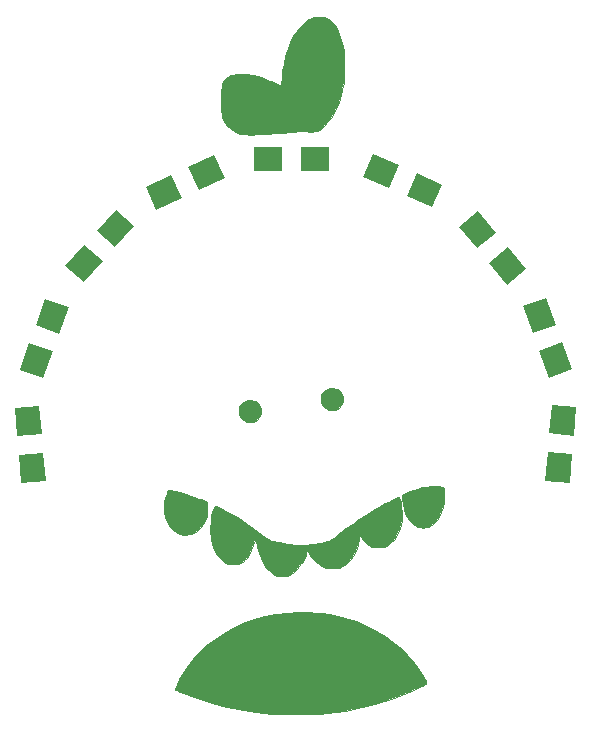
<source format=gts>
G04 #@! TF.FileFunction,Soldermask,Top*
%FSLAX46Y46*%
G04 Gerber Fmt 4.6, Leading zero omitted, Abs format (unit mm)*
G04 Created by KiCad (PCBNEW 4.0.7) date 05/30/18 19:43:50*
%MOMM*%
%LPD*%
G01*
G04 APERTURE LIST*
%ADD10C,0.100000*%
%ADD11C,0.010000*%
%ADD12C,2.100000*%
%ADD13O,2.100000X2.100000*%
%ADD14R,2.400000X2.100000*%
G04 APERTURE END LIST*
D10*
D11*
G36*
X100260093Y-116255934D02*
X100799719Y-116283193D01*
X101312267Y-116331859D01*
X101825756Y-116404577D01*
X102355463Y-116501439D01*
X103295725Y-116727592D01*
X104205256Y-117022283D01*
X105079207Y-117382202D01*
X105912732Y-117804041D01*
X106700981Y-118284489D01*
X107439107Y-118820237D01*
X108122261Y-119407976D01*
X108745596Y-120044395D01*
X109304263Y-120726185D01*
X109793414Y-121450036D01*
X109920803Y-121666000D01*
X110047654Y-121888486D01*
X110134856Y-122049695D01*
X110183517Y-122162556D01*
X110194748Y-122240001D01*
X110169658Y-122294962D01*
X110109357Y-122340371D01*
X110014954Y-122389159D01*
X109984163Y-122404388D01*
X108727563Y-122982888D01*
X107430016Y-123488825D01*
X106090564Y-123922474D01*
X104708247Y-124284111D01*
X103282106Y-124574011D01*
X101811184Y-124792447D01*
X101549200Y-124823335D01*
X101339351Y-124841763D01*
X101058222Y-124858416D01*
X100719184Y-124873121D01*
X100335608Y-124885703D01*
X99920866Y-124895988D01*
X99488329Y-124903802D01*
X99051367Y-124908970D01*
X98623354Y-124911319D01*
X98217658Y-124910675D01*
X97847653Y-124906862D01*
X97526709Y-124899707D01*
X97268198Y-124889035D01*
X97146534Y-124880695D01*
X95689722Y-124718850D01*
X94270897Y-124484286D01*
X92892046Y-124177462D01*
X91555154Y-123798837D01*
X90262210Y-123348870D01*
X89898848Y-123206344D01*
X89592054Y-123082787D01*
X89354870Y-122986778D01*
X89178344Y-122914303D01*
X89053519Y-122861351D01*
X88971444Y-122823910D01*
X88923163Y-122797967D01*
X88899722Y-122779511D01*
X88892167Y-122764528D01*
X88891534Y-122754990D01*
X88910531Y-122685369D01*
X88962487Y-122557195D01*
X89039842Y-122386257D01*
X89135041Y-122188345D01*
X89240525Y-121979248D01*
X89348737Y-121774756D01*
X89433009Y-121623667D01*
X89894991Y-120902804D01*
X90430746Y-120217605D01*
X91035294Y-119572650D01*
X91703653Y-118972524D01*
X92430842Y-118421806D01*
X93211878Y-117925080D01*
X93802200Y-117604742D01*
X94688925Y-117195319D01*
X95583427Y-116862008D01*
X96494460Y-116602780D01*
X97430782Y-116415611D01*
X98401149Y-116298471D01*
X99414316Y-116249335D01*
X99665367Y-116247436D01*
X100260093Y-116255934D01*
X100260093Y-116255934D01*
G37*
X100260093Y-116255934D02*
X100799719Y-116283193D01*
X101312267Y-116331859D01*
X101825756Y-116404577D01*
X102355463Y-116501439D01*
X103295725Y-116727592D01*
X104205256Y-117022283D01*
X105079207Y-117382202D01*
X105912732Y-117804041D01*
X106700981Y-118284489D01*
X107439107Y-118820237D01*
X108122261Y-119407976D01*
X108745596Y-120044395D01*
X109304263Y-120726185D01*
X109793414Y-121450036D01*
X109920803Y-121666000D01*
X110047654Y-121888486D01*
X110134856Y-122049695D01*
X110183517Y-122162556D01*
X110194748Y-122240001D01*
X110169658Y-122294962D01*
X110109357Y-122340371D01*
X110014954Y-122389159D01*
X109984163Y-122404388D01*
X108727563Y-122982888D01*
X107430016Y-123488825D01*
X106090564Y-123922474D01*
X104708247Y-124284111D01*
X103282106Y-124574011D01*
X101811184Y-124792447D01*
X101549200Y-124823335D01*
X101339351Y-124841763D01*
X101058222Y-124858416D01*
X100719184Y-124873121D01*
X100335608Y-124885703D01*
X99920866Y-124895988D01*
X99488329Y-124903802D01*
X99051367Y-124908970D01*
X98623354Y-124911319D01*
X98217658Y-124910675D01*
X97847653Y-124906862D01*
X97526709Y-124899707D01*
X97268198Y-124889035D01*
X97146534Y-124880695D01*
X95689722Y-124718850D01*
X94270897Y-124484286D01*
X92892046Y-124177462D01*
X91555154Y-123798837D01*
X90262210Y-123348870D01*
X89898848Y-123206344D01*
X89592054Y-123082787D01*
X89354870Y-122986778D01*
X89178344Y-122914303D01*
X89053519Y-122861351D01*
X88971444Y-122823910D01*
X88923163Y-122797967D01*
X88899722Y-122779511D01*
X88892167Y-122764528D01*
X88891534Y-122754990D01*
X88910531Y-122685369D01*
X88962487Y-122557195D01*
X89039842Y-122386257D01*
X89135041Y-122188345D01*
X89240525Y-121979248D01*
X89348737Y-121774756D01*
X89433009Y-121623667D01*
X89894991Y-120902804D01*
X90430746Y-120217605D01*
X91035294Y-119572650D01*
X91703653Y-118972524D01*
X92430842Y-118421806D01*
X93211878Y-117925080D01*
X93802200Y-117604742D01*
X94688925Y-117195319D01*
X95583427Y-116862008D01*
X96494460Y-116602780D01*
X97430782Y-116415611D01*
X98401149Y-116298471D01*
X99414316Y-116249335D01*
X99665367Y-116247436D01*
X100260093Y-116255934D01*
G36*
X107844466Y-106512376D02*
X107895880Y-106580584D01*
X107927719Y-106658833D01*
X108013701Y-106970253D01*
X108074154Y-107336625D01*
X108107575Y-107731717D01*
X108112461Y-108129294D01*
X108087310Y-108503123D01*
X108047675Y-108752870D01*
X107915388Y-109227008D01*
X107730058Y-109654255D01*
X107496494Y-110027353D01*
X107219508Y-110339043D01*
X106903910Y-110582066D01*
X106793572Y-110645188D01*
X106682071Y-110700038D01*
X106582735Y-110735110D01*
X106471186Y-110754756D01*
X106323045Y-110763324D01*
X106121200Y-110765167D01*
X105914235Y-110763189D01*
X105767522Y-110754356D01*
X105656682Y-110734318D01*
X105557336Y-110698725D01*
X105448829Y-110645188D01*
X105159414Y-110453522D01*
X104886005Y-110197711D01*
X104650152Y-109898096D01*
X104638324Y-109880178D01*
X104470200Y-109622873D01*
X104470200Y-109922665D01*
X104458422Y-110120574D01*
X104427574Y-110349035D01*
X104385283Y-110554478D01*
X104224948Y-111041454D01*
X104008865Y-111470948D01*
X103739600Y-111839549D01*
X103419717Y-112143848D01*
X103051780Y-112380434D01*
X102988534Y-112411819D01*
X102865736Y-112468011D01*
X102762357Y-112505394D01*
X102655661Y-112527781D01*
X102522914Y-112538985D01*
X102341381Y-112542818D01*
X102205367Y-112543167D01*
X101982665Y-112541593D01*
X101822234Y-112534564D01*
X101701700Y-112518619D01*
X101598693Y-112490295D01*
X101490838Y-112446130D01*
X101446695Y-112425770D01*
X101065877Y-112203239D01*
X100737191Y-111915945D01*
X100458466Y-111561658D01*
X100259594Y-111206984D01*
X100186500Y-111056793D01*
X100139946Y-110973552D01*
X100110348Y-110947636D01*
X100088127Y-110969421D01*
X100068940Y-111015468D01*
X100036938Y-111113250D01*
X100025200Y-111173032D01*
X100007506Y-111244450D01*
X99960183Y-111371771D01*
X99891877Y-111535375D01*
X99811229Y-111715641D01*
X99726883Y-111892947D01*
X99647481Y-112047674D01*
X99612062Y-112110907D01*
X99431766Y-112374743D01*
X99211397Y-112627743D01*
X98972588Y-112847975D01*
X98736970Y-113013504D01*
X98703607Y-113032062D01*
X98562012Y-113103018D01*
X98441574Y-113146830D01*
X98310965Y-113170933D01*
X98138858Y-113182758D01*
X98056700Y-113185561D01*
X97872555Y-113186861D01*
X97709909Y-113180647D01*
X97595266Y-113168194D01*
X97569867Y-113162113D01*
X97235226Y-113008995D01*
X96923116Y-112779720D01*
X96637894Y-112480824D01*
X96383919Y-112118845D01*
X96165549Y-111700317D01*
X95987141Y-111231779D01*
X95853054Y-110719765D01*
X95817888Y-110534341D01*
X95786730Y-110333877D01*
X95762264Y-110140525D01*
X95748320Y-109986050D01*
X95746555Y-109942790D01*
X95743582Y-109858797D01*
X95735934Y-109833112D01*
X95720396Y-109872400D01*
X95693754Y-109983323D01*
X95666382Y-110109000D01*
X95536729Y-110599457D01*
X95370654Y-111022320D01*
X95162682Y-111388807D01*
X94907335Y-111710132D01*
X94860534Y-111759318D01*
X94644104Y-111958467D01*
X94437976Y-112091397D01*
X94217144Y-112168839D01*
X93956601Y-112201529D01*
X93823367Y-112204500D01*
X93537514Y-112188055D01*
X93302341Y-112131565D01*
X93092842Y-112024297D01*
X92884010Y-111855517D01*
X92786200Y-111759318D01*
X92487760Y-111392686D01*
X92249674Y-110967492D01*
X92072356Y-110484970D01*
X91956222Y-109946357D01*
X91901686Y-109352887D01*
X91897200Y-109113214D01*
X91914029Y-108629455D01*
X91967123Y-108196924D01*
X92060389Y-107788611D01*
X92114413Y-107611936D01*
X92167900Y-107445208D01*
X92210899Y-107328915D01*
X92256890Y-107260754D01*
X92319355Y-107238421D01*
X92411773Y-107259614D01*
X92547627Y-107322029D01*
X92740396Y-107423362D01*
X92856951Y-107485071D01*
X93613459Y-107898478D01*
X94310339Y-108313449D01*
X94971445Y-108745647D01*
X95620634Y-109210732D01*
X96281762Y-109724366D01*
X96342200Y-109773133D01*
X96501944Y-109899715D01*
X96639118Y-109998341D01*
X96769892Y-110075618D01*
X96910433Y-110138149D01*
X97076908Y-110192539D01*
X97285485Y-110245392D01*
X97552331Y-110303312D01*
X97728652Y-110339489D01*
X98514049Y-110474410D01*
X99249363Y-110548386D01*
X99943454Y-110561253D01*
X100605181Y-110512846D01*
X101243403Y-110403002D01*
X101762694Y-110264723D01*
X101918878Y-110210406D01*
X102058440Y-110145199D01*
X102203228Y-110056284D01*
X102375088Y-109930841D01*
X102503951Y-109829792D01*
X102933318Y-109498360D01*
X103420250Y-109140996D01*
X103946776Y-108770013D01*
X104494925Y-108397725D01*
X105046726Y-108036445D01*
X105584208Y-107698487D01*
X105847444Y-107538822D01*
X106139146Y-107366686D01*
X106435907Y-107195827D01*
X106727415Y-107031796D01*
X107003360Y-106880144D01*
X107253429Y-106746421D01*
X107467311Y-106636179D01*
X107634695Y-106554969D01*
X107745268Y-106508342D01*
X107778223Y-106499438D01*
X107844466Y-106512376D01*
X107844466Y-106512376D01*
G37*
X107844466Y-106512376D02*
X107895880Y-106580584D01*
X107927719Y-106658833D01*
X108013701Y-106970253D01*
X108074154Y-107336625D01*
X108107575Y-107731717D01*
X108112461Y-108129294D01*
X108087310Y-108503123D01*
X108047675Y-108752870D01*
X107915388Y-109227008D01*
X107730058Y-109654255D01*
X107496494Y-110027353D01*
X107219508Y-110339043D01*
X106903910Y-110582066D01*
X106793572Y-110645188D01*
X106682071Y-110700038D01*
X106582735Y-110735110D01*
X106471186Y-110754756D01*
X106323045Y-110763324D01*
X106121200Y-110765167D01*
X105914235Y-110763189D01*
X105767522Y-110754356D01*
X105656682Y-110734318D01*
X105557336Y-110698725D01*
X105448829Y-110645188D01*
X105159414Y-110453522D01*
X104886005Y-110197711D01*
X104650152Y-109898096D01*
X104638324Y-109880178D01*
X104470200Y-109622873D01*
X104470200Y-109922665D01*
X104458422Y-110120574D01*
X104427574Y-110349035D01*
X104385283Y-110554478D01*
X104224948Y-111041454D01*
X104008865Y-111470948D01*
X103739600Y-111839549D01*
X103419717Y-112143848D01*
X103051780Y-112380434D01*
X102988534Y-112411819D01*
X102865736Y-112468011D01*
X102762357Y-112505394D01*
X102655661Y-112527781D01*
X102522914Y-112538985D01*
X102341381Y-112542818D01*
X102205367Y-112543167D01*
X101982665Y-112541593D01*
X101822234Y-112534564D01*
X101701700Y-112518619D01*
X101598693Y-112490295D01*
X101490838Y-112446130D01*
X101446695Y-112425770D01*
X101065877Y-112203239D01*
X100737191Y-111915945D01*
X100458466Y-111561658D01*
X100259594Y-111206984D01*
X100186500Y-111056793D01*
X100139946Y-110973552D01*
X100110348Y-110947636D01*
X100088127Y-110969421D01*
X100068940Y-111015468D01*
X100036938Y-111113250D01*
X100025200Y-111173032D01*
X100007506Y-111244450D01*
X99960183Y-111371771D01*
X99891877Y-111535375D01*
X99811229Y-111715641D01*
X99726883Y-111892947D01*
X99647481Y-112047674D01*
X99612062Y-112110907D01*
X99431766Y-112374743D01*
X99211397Y-112627743D01*
X98972588Y-112847975D01*
X98736970Y-113013504D01*
X98703607Y-113032062D01*
X98562012Y-113103018D01*
X98441574Y-113146830D01*
X98310965Y-113170933D01*
X98138858Y-113182758D01*
X98056700Y-113185561D01*
X97872555Y-113186861D01*
X97709909Y-113180647D01*
X97595266Y-113168194D01*
X97569867Y-113162113D01*
X97235226Y-113008995D01*
X96923116Y-112779720D01*
X96637894Y-112480824D01*
X96383919Y-112118845D01*
X96165549Y-111700317D01*
X95987141Y-111231779D01*
X95853054Y-110719765D01*
X95817888Y-110534341D01*
X95786730Y-110333877D01*
X95762264Y-110140525D01*
X95748320Y-109986050D01*
X95746555Y-109942790D01*
X95743582Y-109858797D01*
X95735934Y-109833112D01*
X95720396Y-109872400D01*
X95693754Y-109983323D01*
X95666382Y-110109000D01*
X95536729Y-110599457D01*
X95370654Y-111022320D01*
X95162682Y-111388807D01*
X94907335Y-111710132D01*
X94860534Y-111759318D01*
X94644104Y-111958467D01*
X94437976Y-112091397D01*
X94217144Y-112168839D01*
X93956601Y-112201529D01*
X93823367Y-112204500D01*
X93537514Y-112188055D01*
X93302341Y-112131565D01*
X93092842Y-112024297D01*
X92884010Y-111855517D01*
X92786200Y-111759318D01*
X92487760Y-111392686D01*
X92249674Y-110967492D01*
X92072356Y-110484970D01*
X91956222Y-109946357D01*
X91901686Y-109352887D01*
X91897200Y-109113214D01*
X91914029Y-108629455D01*
X91967123Y-108196924D01*
X92060389Y-107788611D01*
X92114413Y-107611936D01*
X92167900Y-107445208D01*
X92210899Y-107328915D01*
X92256890Y-107260754D01*
X92319355Y-107238421D01*
X92411773Y-107259614D01*
X92547627Y-107322029D01*
X92740396Y-107423362D01*
X92856951Y-107485071D01*
X93613459Y-107898478D01*
X94310339Y-108313449D01*
X94971445Y-108745647D01*
X95620634Y-109210732D01*
X96281762Y-109724366D01*
X96342200Y-109773133D01*
X96501944Y-109899715D01*
X96639118Y-109998341D01*
X96769892Y-110075618D01*
X96910433Y-110138149D01*
X97076908Y-110192539D01*
X97285485Y-110245392D01*
X97552331Y-110303312D01*
X97728652Y-110339489D01*
X98514049Y-110474410D01*
X99249363Y-110548386D01*
X99943454Y-110561253D01*
X100605181Y-110512846D01*
X101243403Y-110403002D01*
X101762694Y-110264723D01*
X101918878Y-110210406D01*
X102058440Y-110145199D01*
X102203228Y-110056284D01*
X102375088Y-109930841D01*
X102503951Y-109829792D01*
X102933318Y-109498360D01*
X103420250Y-109140996D01*
X103946776Y-108770013D01*
X104494925Y-108397725D01*
X105046726Y-108036445D01*
X105584208Y-107698487D01*
X105847444Y-107538822D01*
X106139146Y-107366686D01*
X106435907Y-107195827D01*
X106727415Y-107031796D01*
X107003360Y-106880144D01*
X107253429Y-106746421D01*
X107467311Y-106636179D01*
X107634695Y-106554969D01*
X107745268Y-106508342D01*
X107778223Y-106499438D01*
X107844466Y-106512376D01*
G36*
X88428958Y-105885131D02*
X88543895Y-105910995D01*
X88708212Y-105949465D01*
X88905490Y-105996750D01*
X88934929Y-106003887D01*
X89599861Y-106181545D01*
X90288001Y-106395093D01*
X90954299Y-106630332D01*
X91103450Y-106687463D01*
X91643200Y-106897643D01*
X91642574Y-107349738D01*
X91635535Y-107583890D01*
X91617088Y-107816298D01*
X91590311Y-108012603D01*
X91577619Y-108074761D01*
X91451192Y-108458339D01*
X91264123Y-108813286D01*
X91026752Y-109125288D01*
X90749420Y-109380030D01*
X90535399Y-109517500D01*
X90397844Y-109586987D01*
X90281328Y-109630825D01*
X90156532Y-109655859D01*
X89994139Y-109668930D01*
X89865200Y-109673917D01*
X89588197Y-109672891D01*
X89385420Y-109650234D01*
X89308271Y-109629039D01*
X88969310Y-109458744D01*
X88666005Y-109218243D01*
X88406496Y-108917404D01*
X88198925Y-108566093D01*
X88051431Y-108174175D01*
X88025781Y-108074761D01*
X87986119Y-107828687D01*
X87966323Y-107533279D01*
X87966395Y-107221505D01*
X87986333Y-106926334D01*
X88025781Y-106682239D01*
X88066902Y-106539615D01*
X88125580Y-106375256D01*
X88193467Y-106208174D01*
X88262219Y-106057384D01*
X88323489Y-105941898D01*
X88368932Y-105880729D01*
X88379824Y-105875667D01*
X88428958Y-105885131D01*
X88428958Y-105885131D01*
G37*
X88428958Y-105885131D02*
X88543895Y-105910995D01*
X88708212Y-105949465D01*
X88905490Y-105996750D01*
X88934929Y-106003887D01*
X89599861Y-106181545D01*
X90288001Y-106395093D01*
X90954299Y-106630332D01*
X91103450Y-106687463D01*
X91643200Y-106897643D01*
X91642574Y-107349738D01*
X91635535Y-107583890D01*
X91617088Y-107816298D01*
X91590311Y-108012603D01*
X91577619Y-108074761D01*
X91451192Y-108458339D01*
X91264123Y-108813286D01*
X91026752Y-109125288D01*
X90749420Y-109380030D01*
X90535399Y-109517500D01*
X90397844Y-109586987D01*
X90281328Y-109630825D01*
X90156532Y-109655859D01*
X89994139Y-109668930D01*
X89865200Y-109673917D01*
X89588197Y-109672891D01*
X89385420Y-109650234D01*
X89308271Y-109629039D01*
X88969310Y-109458744D01*
X88666005Y-109218243D01*
X88406496Y-108917404D01*
X88198925Y-108566093D01*
X88051431Y-108174175D01*
X88025781Y-108074761D01*
X87986119Y-107828687D01*
X87966323Y-107533279D01*
X87966395Y-107221505D01*
X87986333Y-106926334D01*
X88025781Y-106682239D01*
X88066902Y-106539615D01*
X88125580Y-106375256D01*
X88193467Y-106208174D01*
X88262219Y-106057384D01*
X88323489Y-105941898D01*
X88368932Y-105880729D01*
X88379824Y-105875667D01*
X88428958Y-105885131D01*
G36*
X110982164Y-105587203D02*
X111245637Y-105596246D01*
X111436357Y-105610536D01*
X111566058Y-105640839D01*
X111646472Y-105697926D01*
X111689335Y-105792564D01*
X111706379Y-105935521D01*
X111709338Y-106137566D01*
X111709200Y-106254432D01*
X111683280Y-106810000D01*
X111604074Y-107307176D01*
X111469410Y-107755062D01*
X111277118Y-108162759D01*
X111238334Y-108229071D01*
X111093507Y-108433305D01*
X110913272Y-108633435D01*
X110717225Y-108811469D01*
X110524962Y-108949418D01*
X110372414Y-109024071D01*
X110150612Y-109072255D01*
X109891885Y-109087178D01*
X109635280Y-109068949D01*
X109430331Y-109021479D01*
X109274661Y-108940015D01*
X109094116Y-108804388D01*
X108908025Y-108632648D01*
X108735716Y-108442844D01*
X108596519Y-108253024D01*
X108581733Y-108229071D01*
X108410030Y-107888855D01*
X108269410Y-107501212D01*
X108168587Y-107097145D01*
X108116276Y-106707657D01*
X108110867Y-106553889D01*
X108110867Y-106308225D01*
X108630901Y-106094407D01*
X109088544Y-105915484D01*
X109492883Y-105779239D01*
X109861404Y-105681901D01*
X110211589Y-105619699D01*
X110560923Y-105588860D01*
X110926890Y-105585614D01*
X110982164Y-105587203D01*
X110982164Y-105587203D01*
G37*
X110982164Y-105587203D02*
X111245637Y-105596246D01*
X111436357Y-105610536D01*
X111566058Y-105640839D01*
X111646472Y-105697926D01*
X111689335Y-105792564D01*
X111706379Y-105935521D01*
X111709338Y-106137566D01*
X111709200Y-106254432D01*
X111683280Y-106810000D01*
X111604074Y-107307176D01*
X111469410Y-107755062D01*
X111277118Y-108162759D01*
X111238334Y-108229071D01*
X111093507Y-108433305D01*
X110913272Y-108633435D01*
X110717225Y-108811469D01*
X110524962Y-108949418D01*
X110372414Y-109024071D01*
X110150612Y-109072255D01*
X109891885Y-109087178D01*
X109635280Y-109068949D01*
X109430331Y-109021479D01*
X109274661Y-108940015D01*
X109094116Y-108804388D01*
X108908025Y-108632648D01*
X108735716Y-108442844D01*
X108596519Y-108253024D01*
X108581733Y-108229071D01*
X108410030Y-107888855D01*
X108269410Y-107501212D01*
X108168587Y-107097145D01*
X108116276Y-106707657D01*
X108110867Y-106553889D01*
X108110867Y-106308225D01*
X108630901Y-106094407D01*
X109088544Y-105915484D01*
X109492883Y-105779239D01*
X109861404Y-105681901D01*
X110211589Y-105619699D01*
X110560923Y-105588860D01*
X110926890Y-105585614D01*
X110982164Y-105587203D01*
G36*
X95426065Y-98322083D02*
X95552117Y-98334575D01*
X95645780Y-98362257D01*
X95733150Y-98410744D01*
X95764093Y-98431607D01*
X95895866Y-98542877D01*
X96017297Y-98676854D01*
X96039259Y-98706774D01*
X96095603Y-98797648D01*
X96129342Y-98886453D01*
X96146092Y-98999282D01*
X96151466Y-99162229D01*
X96151700Y-99229333D01*
X96148784Y-99413865D01*
X96136292Y-99539916D01*
X96108609Y-99633580D01*
X96060122Y-99720950D01*
X96039259Y-99751892D01*
X95877274Y-99943325D01*
X95694298Y-100066818D01*
X95470223Y-100132988D01*
X95283867Y-100150667D01*
X95077000Y-100150791D01*
X94928038Y-100129817D01*
X94824845Y-100091215D01*
X94590846Y-99932980D01*
X94428976Y-99731710D01*
X94337940Y-99485058D01*
X94316444Y-99190677D01*
X94317340Y-99171387D01*
X94357334Y-98904895D01*
X94452541Y-98691476D01*
X94613036Y-98512575D01*
X94718974Y-98431607D01*
X94809849Y-98375264D01*
X94898654Y-98341524D01*
X95011483Y-98324775D01*
X95174429Y-98319401D01*
X95241534Y-98319167D01*
X95426065Y-98322083D01*
X95426065Y-98322083D01*
G37*
X95426065Y-98322083D02*
X95552117Y-98334575D01*
X95645780Y-98362257D01*
X95733150Y-98410744D01*
X95764093Y-98431607D01*
X95895866Y-98542877D01*
X96017297Y-98676854D01*
X96039259Y-98706774D01*
X96095603Y-98797648D01*
X96129342Y-98886453D01*
X96146092Y-98999282D01*
X96151466Y-99162229D01*
X96151700Y-99229333D01*
X96148784Y-99413865D01*
X96136292Y-99539916D01*
X96108609Y-99633580D01*
X96060122Y-99720950D01*
X96039259Y-99751892D01*
X95877274Y-99943325D01*
X95694298Y-100066818D01*
X95470223Y-100132988D01*
X95283867Y-100150667D01*
X95077000Y-100150791D01*
X94928038Y-100129817D01*
X94824845Y-100091215D01*
X94590846Y-99932980D01*
X94428976Y-99731710D01*
X94337940Y-99485058D01*
X94316444Y-99190677D01*
X94317340Y-99171387D01*
X94357334Y-98904895D01*
X94452541Y-98691476D01*
X94613036Y-98512575D01*
X94718974Y-98431607D01*
X94809849Y-98375264D01*
X94898654Y-98341524D01*
X95011483Y-98324775D01*
X95174429Y-98319401D01*
X95241534Y-98319167D01*
X95426065Y-98322083D01*
G36*
X102368732Y-97306083D02*
X102494783Y-97318575D01*
X102588447Y-97346257D01*
X102675817Y-97394744D01*
X102706759Y-97415607D01*
X102838532Y-97526877D01*
X102959964Y-97660854D01*
X102981926Y-97690774D01*
X103038270Y-97781648D01*
X103072009Y-97870453D01*
X103088758Y-97983282D01*
X103094133Y-98146229D01*
X103094367Y-98213333D01*
X103091451Y-98397865D01*
X103078958Y-98523916D01*
X103051276Y-98617580D01*
X103002789Y-98704950D01*
X102981926Y-98735892D01*
X102819940Y-98927325D01*
X102636964Y-99050818D01*
X102412889Y-99116988D01*
X102226534Y-99134667D01*
X102019667Y-99134791D01*
X101870705Y-99113817D01*
X101767511Y-99075215D01*
X101533512Y-98916980D01*
X101371642Y-98715710D01*
X101280607Y-98469058D01*
X101259111Y-98174677D01*
X101260007Y-98155387D01*
X101300001Y-97888895D01*
X101395208Y-97675476D01*
X101555703Y-97496575D01*
X101661641Y-97415607D01*
X101752515Y-97359264D01*
X101841320Y-97325524D01*
X101954149Y-97308775D01*
X102117096Y-97303401D01*
X102184200Y-97303167D01*
X102368732Y-97306083D01*
X102368732Y-97306083D01*
G37*
X102368732Y-97306083D02*
X102494783Y-97318575D01*
X102588447Y-97346257D01*
X102675817Y-97394744D01*
X102706759Y-97415607D01*
X102838532Y-97526877D01*
X102959964Y-97660854D01*
X102981926Y-97690774D01*
X103038270Y-97781648D01*
X103072009Y-97870453D01*
X103088758Y-97983282D01*
X103094133Y-98146229D01*
X103094367Y-98213333D01*
X103091451Y-98397865D01*
X103078958Y-98523916D01*
X103051276Y-98617580D01*
X103002789Y-98704950D01*
X102981926Y-98735892D01*
X102819940Y-98927325D01*
X102636964Y-99050818D01*
X102412889Y-99116988D01*
X102226534Y-99134667D01*
X102019667Y-99134791D01*
X101870705Y-99113817D01*
X101767511Y-99075215D01*
X101533512Y-98916980D01*
X101371642Y-98715710D01*
X101280607Y-98469058D01*
X101259111Y-98174677D01*
X101260007Y-98155387D01*
X101300001Y-97888895D01*
X101395208Y-97675476D01*
X101555703Y-97496575D01*
X101661641Y-97415607D01*
X101752515Y-97359264D01*
X101841320Y-97325524D01*
X101954149Y-97308775D01*
X102117096Y-97303401D01*
X102184200Y-97303167D01*
X102368732Y-97306083D01*
G36*
X101315949Y-65851219D02*
X101465783Y-65859055D01*
X101577425Y-65877024D01*
X101674101Y-65909143D01*
X101779034Y-65959429D01*
X101798149Y-65969433D01*
X102106201Y-66179101D01*
X102380397Y-66465068D01*
X102619930Y-66825681D01*
X102823991Y-67259288D01*
X102991775Y-67764238D01*
X103122473Y-68338879D01*
X103197963Y-68832889D01*
X103218327Y-69061713D01*
X103232234Y-69354257D01*
X103239837Y-69690546D01*
X103241290Y-70050609D01*
X103236749Y-70414473D01*
X103226368Y-70762164D01*
X103210300Y-71073709D01*
X103188701Y-71329136D01*
X103177991Y-71415062D01*
X103078505Y-71962050D01*
X102938920Y-72501374D01*
X102763970Y-73024095D01*
X102558389Y-73521274D01*
X102326910Y-73983971D01*
X102074268Y-74403248D01*
X101805196Y-74770166D01*
X101524428Y-75075786D01*
X101236698Y-75311169D01*
X101058648Y-75417021D01*
X100893681Y-75490558D01*
X100735857Y-75533439D01*
X100545773Y-75555217D01*
X100471911Y-75559279D01*
X100273769Y-75560246D01*
X100074014Y-75548069D01*
X99914972Y-75525372D01*
X99911287Y-75524559D01*
X99780429Y-75502102D01*
X99646215Y-75496959D01*
X99481787Y-75509732D01*
X99274077Y-75538864D01*
X99039296Y-75572707D01*
X98782036Y-75603972D01*
X98492113Y-75633532D01*
X98159341Y-75662259D01*
X97773538Y-75691024D01*
X97324518Y-75720701D01*
X96802097Y-75752161D01*
X96744367Y-75755499D01*
X96238345Y-75782655D01*
X95809036Y-75801073D01*
X95448938Y-75810747D01*
X95150546Y-75811669D01*
X94906359Y-75803831D01*
X94708875Y-75787227D01*
X94550590Y-75761848D01*
X94512908Y-75753323D01*
X94182003Y-75643411D01*
X93862711Y-75482312D01*
X93571212Y-75281994D01*
X93323685Y-75054425D01*
X93136311Y-74811574D01*
X93068873Y-74685134D01*
X92989432Y-74499985D01*
X92927770Y-74331531D01*
X92881684Y-74164877D01*
X92848972Y-73985128D01*
X92827434Y-73777390D01*
X92814867Y-73526768D01*
X92809069Y-73218368D01*
X92807825Y-72919167D01*
X92812437Y-72466201D01*
X92828744Y-72088645D01*
X92859760Y-71777685D01*
X92908497Y-71524511D01*
X92977966Y-71320312D01*
X93071181Y-71156274D01*
X93191153Y-71023588D01*
X93340896Y-70913440D01*
X93523420Y-70817021D01*
X93527034Y-70815353D01*
X93605549Y-70781518D01*
X93682522Y-70756543D01*
X93772155Y-70739093D01*
X93888646Y-70727832D01*
X94046197Y-70721426D01*
X94259008Y-70718539D01*
X94541280Y-70717835D01*
X94564200Y-70717833D01*
X94856365Y-70718607D01*
X95081279Y-70721998D01*
X95256351Y-70729613D01*
X95398993Y-70743060D01*
X95526612Y-70763944D01*
X95656619Y-70793872D01*
X95795866Y-70831493D01*
X95943820Y-70877891D01*
X96153590Y-70950483D01*
X96408781Y-71043038D01*
X96692999Y-71149325D01*
X96989848Y-71263113D01*
X97282932Y-71378173D01*
X97555857Y-71488272D01*
X97792227Y-71587181D01*
X97849128Y-71611803D01*
X97874429Y-71583081D01*
X97896680Y-71472647D01*
X97916074Y-71279326D01*
X97924502Y-71155505D01*
X97990494Y-70464975D01*
X98101436Y-69797233D01*
X98254283Y-69158757D01*
X98445987Y-68556025D01*
X98673501Y-67995514D01*
X98933778Y-67483702D01*
X99223771Y-67027066D01*
X99540434Y-66632084D01*
X99880718Y-66305233D01*
X100241579Y-66052991D01*
X100352809Y-65993128D01*
X100484186Y-65929559D01*
X100591007Y-65888169D01*
X100698090Y-65864216D01*
X100830259Y-65852958D01*
X101012334Y-65849656D01*
X101104700Y-65849500D01*
X101315949Y-65851219D01*
X101315949Y-65851219D01*
G37*
X101315949Y-65851219D02*
X101465783Y-65859055D01*
X101577425Y-65877024D01*
X101674101Y-65909143D01*
X101779034Y-65959429D01*
X101798149Y-65969433D01*
X102106201Y-66179101D01*
X102380397Y-66465068D01*
X102619930Y-66825681D01*
X102823991Y-67259288D01*
X102991775Y-67764238D01*
X103122473Y-68338879D01*
X103197963Y-68832889D01*
X103218327Y-69061713D01*
X103232234Y-69354257D01*
X103239837Y-69690546D01*
X103241290Y-70050609D01*
X103236749Y-70414473D01*
X103226368Y-70762164D01*
X103210300Y-71073709D01*
X103188701Y-71329136D01*
X103177991Y-71415062D01*
X103078505Y-71962050D01*
X102938920Y-72501374D01*
X102763970Y-73024095D01*
X102558389Y-73521274D01*
X102326910Y-73983971D01*
X102074268Y-74403248D01*
X101805196Y-74770166D01*
X101524428Y-75075786D01*
X101236698Y-75311169D01*
X101058648Y-75417021D01*
X100893681Y-75490558D01*
X100735857Y-75533439D01*
X100545773Y-75555217D01*
X100471911Y-75559279D01*
X100273769Y-75560246D01*
X100074014Y-75548069D01*
X99914972Y-75525372D01*
X99911287Y-75524559D01*
X99780429Y-75502102D01*
X99646215Y-75496959D01*
X99481787Y-75509732D01*
X99274077Y-75538864D01*
X99039296Y-75572707D01*
X98782036Y-75603972D01*
X98492113Y-75633532D01*
X98159341Y-75662259D01*
X97773538Y-75691024D01*
X97324518Y-75720701D01*
X96802097Y-75752161D01*
X96744367Y-75755499D01*
X96238345Y-75782655D01*
X95809036Y-75801073D01*
X95448938Y-75810747D01*
X95150546Y-75811669D01*
X94906359Y-75803831D01*
X94708875Y-75787227D01*
X94550590Y-75761848D01*
X94512908Y-75753323D01*
X94182003Y-75643411D01*
X93862711Y-75482312D01*
X93571212Y-75281994D01*
X93323685Y-75054425D01*
X93136311Y-74811574D01*
X93068873Y-74685134D01*
X92989432Y-74499985D01*
X92927770Y-74331531D01*
X92881684Y-74164877D01*
X92848972Y-73985128D01*
X92827434Y-73777390D01*
X92814867Y-73526768D01*
X92809069Y-73218368D01*
X92807825Y-72919167D01*
X92812437Y-72466201D01*
X92828744Y-72088645D01*
X92859760Y-71777685D01*
X92908497Y-71524511D01*
X92977966Y-71320312D01*
X93071181Y-71156274D01*
X93191153Y-71023588D01*
X93340896Y-70913440D01*
X93523420Y-70817021D01*
X93527034Y-70815353D01*
X93605549Y-70781518D01*
X93682522Y-70756543D01*
X93772155Y-70739093D01*
X93888646Y-70727832D01*
X94046197Y-70721426D01*
X94259008Y-70718539D01*
X94541280Y-70717835D01*
X94564200Y-70717833D01*
X94856365Y-70718607D01*
X95081279Y-70721998D01*
X95256351Y-70729613D01*
X95398993Y-70743060D01*
X95526612Y-70763944D01*
X95656619Y-70793872D01*
X95795866Y-70831493D01*
X95943820Y-70877891D01*
X96153590Y-70950483D01*
X96408781Y-71043038D01*
X96692999Y-71149325D01*
X96989848Y-71263113D01*
X97282932Y-71378173D01*
X97555857Y-71488272D01*
X97792227Y-71587181D01*
X97849128Y-71611803D01*
X97874429Y-71583081D01*
X97896680Y-71472647D01*
X97916074Y-71279326D01*
X97924502Y-71155505D01*
X97990494Y-70464975D01*
X98101436Y-69797233D01*
X98254283Y-69158757D01*
X98445987Y-68556025D01*
X98673501Y-67995514D01*
X98933778Y-67483702D01*
X99223771Y-67027066D01*
X99540434Y-66632084D01*
X99880718Y-66305233D01*
X100241579Y-66052991D01*
X100352809Y-65993128D01*
X100484186Y-65929559D01*
X100591007Y-65888169D01*
X100698090Y-65864216D01*
X100830259Y-65852958D01*
X101012334Y-65849656D01*
X101104700Y-65849500D01*
X101315949Y-65851219D01*
D12*
X100850700Y-121272300D03*
D13*
X100850700Y-123812300D03*
X98310700Y-121272300D03*
X98310700Y-123812300D03*
D10*
G36*
X75332298Y-98960891D02*
X77424307Y-98777864D01*
X77633480Y-101168731D01*
X75541471Y-101351758D01*
X75332298Y-98960891D01*
X75332298Y-98960891D01*
G37*
G36*
X75680920Y-102945669D02*
X77772929Y-102762642D01*
X77982102Y-105153509D01*
X75890093Y-105336536D01*
X75680920Y-102945669D01*
X75680920Y-102945669D01*
G37*
G36*
X77933387Y-89699463D02*
X79906741Y-90417705D01*
X79085893Y-92672967D01*
X77112539Y-91954725D01*
X77933387Y-89699463D01*
X77933387Y-89699463D01*
G37*
G36*
X76565307Y-93458233D02*
X78538661Y-94176475D01*
X77717813Y-96431737D01*
X75744459Y-95713495D01*
X76565307Y-93458233D01*
X76565307Y-93458233D01*
G37*
G36*
X83910916Y-82161749D02*
X85471520Y-83566923D01*
X83865606Y-85350471D01*
X82305002Y-83945297D01*
X83910916Y-82161749D01*
X83910916Y-82161749D01*
G37*
G36*
X81234394Y-85134329D02*
X82794998Y-86539503D01*
X81189084Y-88323051D01*
X79628480Y-86917877D01*
X81234394Y-85134329D01*
X81234394Y-85134329D01*
G37*
G36*
X92220036Y-77553598D02*
X93107535Y-79456844D01*
X90932396Y-80471128D01*
X90044897Y-78567882D01*
X92220036Y-77553598D01*
X92220036Y-77553598D01*
G37*
G36*
X88594804Y-79244072D02*
X89482303Y-81147318D01*
X87307164Y-82161602D01*
X86419665Y-80258356D01*
X88594804Y-79244072D01*
X88594804Y-79244072D01*
G37*
D14*
X100755200Y-77876400D03*
X96755200Y-77876400D03*
D10*
G36*
X111554419Y-80047534D02*
X110700272Y-81965980D01*
X108507763Y-80989812D01*
X109361910Y-79071366D01*
X111554419Y-80047534D01*
X111554419Y-80047534D01*
G37*
G36*
X107900237Y-78420588D02*
X107046090Y-80339034D01*
X104853581Y-79362866D01*
X105707728Y-77444420D01*
X107900237Y-78420588D01*
X107900237Y-78420588D01*
G37*
G36*
X118634467Y-87171215D02*
X117025773Y-88521069D01*
X115483083Y-86682563D01*
X117091777Y-85332709D01*
X118634467Y-87171215D01*
X118634467Y-87171215D01*
G37*
G36*
X116063317Y-84107037D02*
X114454623Y-85456891D01*
X112911933Y-83618385D01*
X114520627Y-82268531D01*
X116063317Y-84107037D01*
X116063317Y-84107037D01*
G37*
G36*
X122527941Y-95662695D02*
X120554587Y-96380937D01*
X119733739Y-94125675D01*
X121707093Y-93407433D01*
X122527941Y-95662695D01*
X122527941Y-95662695D01*
G37*
G36*
X121159861Y-91903925D02*
X119186507Y-92622167D01*
X118365659Y-90366905D01*
X120339013Y-89648663D01*
X121159861Y-91903925D01*
X121159861Y-91903925D01*
G37*
G36*
X122331507Y-105285736D02*
X120239498Y-105102709D01*
X120448671Y-102711842D01*
X122540680Y-102894869D01*
X122331507Y-105285736D01*
X122331507Y-105285736D01*
G37*
G36*
X122680129Y-101300958D02*
X120588120Y-101117931D01*
X120797293Y-98727064D01*
X122889302Y-98910091D01*
X122680129Y-101300958D01*
X122680129Y-101300958D01*
G37*
M02*

</source>
